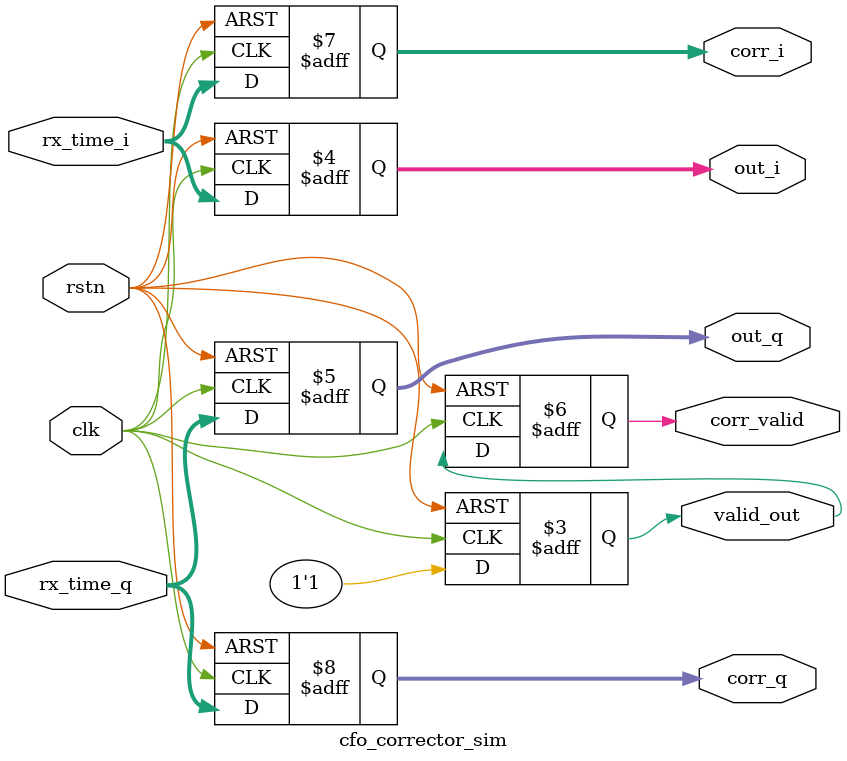
<source format=v>
`timescale 1ns/1ps
module cfo_corrector_sim #(
    parameter PILOT_LEN = 64
) (
    input  wire               clk,
    input  wire               rstn,
    input  wire signed [15:0] rx_time_i,
    input  wire signed [15:0] rx_time_q,

    output reg                valid_out,
    output reg signed [15:0]  out_i,
    output reg signed [15:0]  out_q,

    output reg                corr_valid,
    output reg signed [15:0]  corr_i,
    output reg signed [15:0]  corr_q
);

    // Very simple behavior: passthrough + assert corr_valid when valid_out is asserted.
    always @(posedge clk or negedge rstn) begin
        if (!rstn) begin
            valid_out <= 0;
            out_i <= 0; out_q <= 0;
            corr_valid <= 0;
            corr_i <= 0; corr_q <= 0;
        end else begin
            // treat every non-zero sample as valid (adjust to your DUT signalling)
            valid_out <= 1'b1;
            out_i <= rx_time_i;
            out_q <= rx_time_q;

            // "corrected" is simply the same as input in this minimal stub
            corr_valid <= valid_out;
            corr_i <= rx_time_i;
            corr_q <= rx_time_q;
        end
    end

endmodule

</source>
